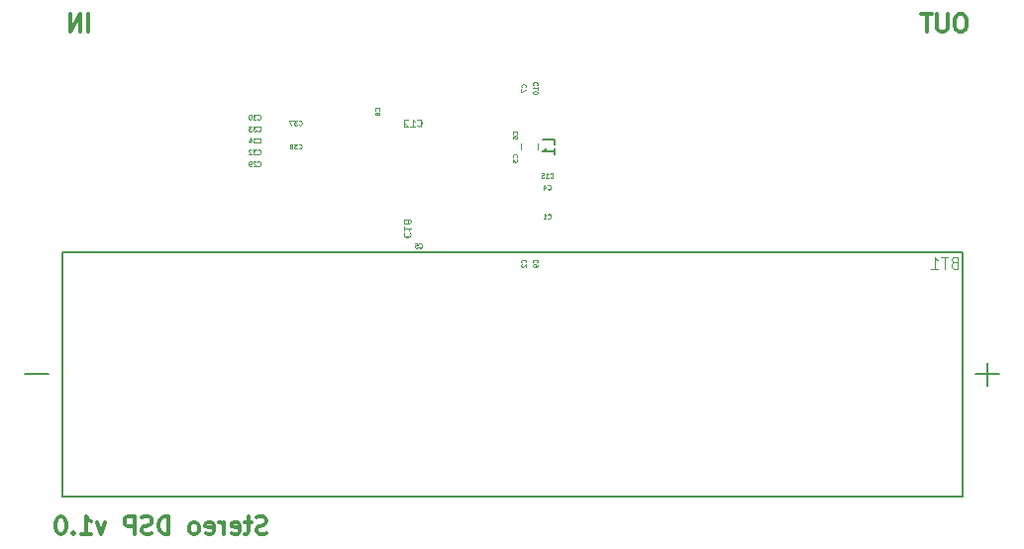
<source format=gbr>
G04 #@! TF.GenerationSoftware,KiCad,Pcbnew,(5.0.1)-3*
G04 #@! TF.CreationDate,2021-08-06T18:40:02+02:00*
G04 #@! TF.ProjectId,Guitar DSP,477569746172204453502E6B69636164,rev?*
G04 #@! TF.SameCoordinates,Original*
G04 #@! TF.FileFunction,Legend,Bot*
G04 #@! TF.FilePolarity,Positive*
%FSLAX46Y46*%
G04 Gerber Fmt 4.6, Leading zero omitted, Abs format (unit mm)*
G04 Created by KiCad (PCBNEW (5.0.1)-3) date 06/08/2021 18:40:02*
%MOMM*%
%LPD*%
G01*
G04 APERTURE LIST*
%ADD10C,0.300000*%
%ADD11C,0.120000*%
%ADD12C,0.127000*%
%ADD13C,0.050000*%
%ADD14C,0.080000*%
%ADD15C,0.150000*%
%ADD16C,0.015000*%
G04 APERTURE END LIST*
D10*
X160500000Y-98178571D02*
X160214285Y-98178571D01*
X160071428Y-98250000D01*
X159928571Y-98392857D01*
X159857142Y-98678571D01*
X159857142Y-99178571D01*
X159928571Y-99464285D01*
X160071428Y-99607142D01*
X160214285Y-99678571D01*
X160500000Y-99678571D01*
X160642857Y-99607142D01*
X160785714Y-99464285D01*
X160857142Y-99178571D01*
X160857142Y-98678571D01*
X160785714Y-98392857D01*
X160642857Y-98250000D01*
X160500000Y-98178571D01*
X159214285Y-98178571D02*
X159214285Y-99392857D01*
X159142857Y-99535714D01*
X159071428Y-99607142D01*
X158928571Y-99678571D01*
X158642857Y-99678571D01*
X158500000Y-99607142D01*
X158428571Y-99535714D01*
X158357142Y-99392857D01*
X158357142Y-98178571D01*
X157857142Y-98178571D02*
X157000000Y-98178571D01*
X157428571Y-99678571D02*
X157428571Y-98178571D01*
X85785714Y-99678571D02*
X85785714Y-98178571D01*
X85071428Y-99678571D02*
X85071428Y-98178571D01*
X84214285Y-99678571D01*
X84214285Y-98178571D01*
X101000000Y-142607142D02*
X100785714Y-142678571D01*
X100428571Y-142678571D01*
X100285714Y-142607142D01*
X100214285Y-142535714D01*
X100142857Y-142392857D01*
X100142857Y-142250000D01*
X100214285Y-142107142D01*
X100285714Y-142035714D01*
X100428571Y-141964285D01*
X100714285Y-141892857D01*
X100857142Y-141821428D01*
X100928571Y-141750000D01*
X101000000Y-141607142D01*
X101000000Y-141464285D01*
X100928571Y-141321428D01*
X100857142Y-141250000D01*
X100714285Y-141178571D01*
X100357142Y-141178571D01*
X100142857Y-141250000D01*
X99714285Y-141678571D02*
X99142857Y-141678571D01*
X99500000Y-141178571D02*
X99500000Y-142464285D01*
X99428571Y-142607142D01*
X99285714Y-142678571D01*
X99142857Y-142678571D01*
X98071428Y-142607142D02*
X98214285Y-142678571D01*
X98500000Y-142678571D01*
X98642857Y-142607142D01*
X98714285Y-142464285D01*
X98714285Y-141892857D01*
X98642857Y-141750000D01*
X98500000Y-141678571D01*
X98214285Y-141678571D01*
X98071428Y-141750000D01*
X98000000Y-141892857D01*
X98000000Y-142035714D01*
X98714285Y-142178571D01*
X97357142Y-142678571D02*
X97357142Y-141678571D01*
X97357142Y-141964285D02*
X97285714Y-141821428D01*
X97214285Y-141750000D01*
X97071428Y-141678571D01*
X96928571Y-141678571D01*
X95857142Y-142607142D02*
X96000000Y-142678571D01*
X96285714Y-142678571D01*
X96428571Y-142607142D01*
X96500000Y-142464285D01*
X96500000Y-141892857D01*
X96428571Y-141750000D01*
X96285714Y-141678571D01*
X96000000Y-141678571D01*
X95857142Y-141750000D01*
X95785714Y-141892857D01*
X95785714Y-142035714D01*
X96500000Y-142178571D01*
X94928571Y-142678571D02*
X95071428Y-142607142D01*
X95142857Y-142535714D01*
X95214285Y-142392857D01*
X95214285Y-141964285D01*
X95142857Y-141821428D01*
X95071428Y-141750000D01*
X94928571Y-141678571D01*
X94714285Y-141678571D01*
X94571428Y-141750000D01*
X94500000Y-141821428D01*
X94428571Y-141964285D01*
X94428571Y-142392857D01*
X94500000Y-142535714D01*
X94571428Y-142607142D01*
X94714285Y-142678571D01*
X94928571Y-142678571D01*
X92642857Y-142678571D02*
X92642857Y-141178571D01*
X92285714Y-141178571D01*
X92071428Y-141250000D01*
X91928571Y-141392857D01*
X91857142Y-141535714D01*
X91785714Y-141821428D01*
X91785714Y-142035714D01*
X91857142Y-142321428D01*
X91928571Y-142464285D01*
X92071428Y-142607142D01*
X92285714Y-142678571D01*
X92642857Y-142678571D01*
X91214285Y-142607142D02*
X91000000Y-142678571D01*
X90642857Y-142678571D01*
X90500000Y-142607142D01*
X90428571Y-142535714D01*
X90357142Y-142392857D01*
X90357142Y-142250000D01*
X90428571Y-142107142D01*
X90500000Y-142035714D01*
X90642857Y-141964285D01*
X90928571Y-141892857D01*
X91071428Y-141821428D01*
X91142857Y-141750000D01*
X91214285Y-141607142D01*
X91214285Y-141464285D01*
X91142857Y-141321428D01*
X91071428Y-141250000D01*
X90928571Y-141178571D01*
X90571428Y-141178571D01*
X90357142Y-141250000D01*
X89714285Y-142678571D02*
X89714285Y-141178571D01*
X89142857Y-141178571D01*
X89000000Y-141250000D01*
X88928571Y-141321428D01*
X88857142Y-141464285D01*
X88857142Y-141678571D01*
X88928571Y-141821428D01*
X89000000Y-141892857D01*
X89142857Y-141964285D01*
X89714285Y-141964285D01*
X87214285Y-141678571D02*
X86857142Y-142678571D01*
X86500000Y-141678571D01*
X85142857Y-142678571D02*
X86000000Y-142678571D01*
X85571428Y-142678571D02*
X85571428Y-141178571D01*
X85714285Y-141392857D01*
X85857142Y-141535714D01*
X86000000Y-141607142D01*
X84500000Y-142535714D02*
X84428571Y-142607142D01*
X84500000Y-142678571D01*
X84571428Y-142607142D01*
X84500000Y-142535714D01*
X84500000Y-142678571D01*
X83500000Y-141178571D02*
X83357142Y-141178571D01*
X83214285Y-141250000D01*
X83142857Y-141321428D01*
X83071428Y-141464285D01*
X83000000Y-141750000D01*
X83000000Y-142107142D01*
X83071428Y-142392857D01*
X83142857Y-142535714D01*
X83214285Y-142607142D01*
X83357142Y-142678571D01*
X83500000Y-142678571D01*
X83642857Y-142607142D01*
X83714285Y-142535714D01*
X83785714Y-142392857D01*
X83857142Y-142107142D01*
X83857142Y-141750000D01*
X83785714Y-141464285D01*
X83714285Y-141321428D01*
X83642857Y-141250000D01*
X83500000Y-141178571D01*
D11*
G04 #@! TO.C,C12*
X114210000Y-107238748D02*
X114210000Y-107761252D01*
X112790000Y-107238748D02*
X112790000Y-107761252D01*
G04 #@! TO.C,C16*
X112738748Y-117210000D02*
X113261252Y-117210000D01*
X112738748Y-115790000D02*
X113261252Y-115790000D01*
G04 #@! TO.C,L1*
X124210000Y-109761252D02*
X124210000Y-109238748D01*
X122790000Y-109761252D02*
X122790000Y-109238748D01*
D12*
G04 #@! TO.C,BT1*
X160480000Y-118510000D02*
X83520000Y-118510000D01*
X83520000Y-118510000D02*
X83520000Y-139490000D01*
X83520000Y-139490000D02*
X160480000Y-139490000D01*
X160480000Y-139490000D02*
X160480000Y-118510000D01*
X162630000Y-128000000D02*
X162630000Y-130000000D01*
X163630000Y-129000000D02*
X161630000Y-129000000D01*
X82370000Y-129000000D02*
X80370000Y-129000000D01*
G04 #@! TO.C,C1*
D13*
X125066666Y-115642857D02*
X125085714Y-115661904D01*
X125142857Y-115680952D01*
X125180952Y-115680952D01*
X125238095Y-115661904D01*
X125276190Y-115623809D01*
X125295238Y-115585714D01*
X125314285Y-115509523D01*
X125314285Y-115452380D01*
X125295238Y-115376190D01*
X125276190Y-115338095D01*
X125238095Y-115300000D01*
X125180952Y-115280952D01*
X125142857Y-115280952D01*
X125085714Y-115300000D01*
X125066666Y-115319047D01*
X124685714Y-115680952D02*
X124914285Y-115680952D01*
X124800000Y-115680952D02*
X124800000Y-115280952D01*
X124838095Y-115338095D01*
X124876190Y-115376190D01*
X124914285Y-115395238D01*
G04 #@! TO.C,C2*
X123142857Y-119433333D02*
X123161904Y-119414285D01*
X123180952Y-119357142D01*
X123180952Y-119319047D01*
X123161904Y-119261904D01*
X123123809Y-119223809D01*
X123085714Y-119204761D01*
X123009523Y-119185714D01*
X122952380Y-119185714D01*
X122876190Y-119204761D01*
X122838095Y-119223809D01*
X122800000Y-119261904D01*
X122780952Y-119319047D01*
X122780952Y-119357142D01*
X122800000Y-119414285D01*
X122819047Y-119433333D01*
X122819047Y-119585714D02*
X122800000Y-119604761D01*
X122780952Y-119642857D01*
X122780952Y-119738095D01*
X122800000Y-119776190D01*
X122819047Y-119795238D01*
X122857142Y-119814285D01*
X122895238Y-119814285D01*
X122952380Y-119795238D01*
X123180952Y-119566666D01*
X123180952Y-119814285D01*
G04 #@! TO.C,C3*
X122404857Y-110433333D02*
X122423904Y-110414285D01*
X122442952Y-110357142D01*
X122442952Y-110319047D01*
X122423904Y-110261904D01*
X122385809Y-110223809D01*
X122347714Y-110204761D01*
X122271523Y-110185714D01*
X122214380Y-110185714D01*
X122138190Y-110204761D01*
X122100095Y-110223809D01*
X122062000Y-110261904D01*
X122042952Y-110319047D01*
X122042952Y-110357142D01*
X122062000Y-110414285D01*
X122081047Y-110433333D01*
X122042952Y-110566666D02*
X122042952Y-110814285D01*
X122195333Y-110680952D01*
X122195333Y-110738095D01*
X122214380Y-110776190D01*
X122233428Y-110795238D01*
X122271523Y-110814285D01*
X122366761Y-110814285D01*
X122404857Y-110795238D01*
X122423904Y-110776190D01*
X122442952Y-110738095D01*
X122442952Y-110623809D01*
X122423904Y-110585714D01*
X122404857Y-110566666D01*
G04 #@! TO.C,C4*
X125066666Y-113142857D02*
X125085714Y-113161904D01*
X125142857Y-113180952D01*
X125180952Y-113180952D01*
X125238095Y-113161904D01*
X125276190Y-113123809D01*
X125295238Y-113085714D01*
X125314285Y-113009523D01*
X125314285Y-112952380D01*
X125295238Y-112876190D01*
X125276190Y-112838095D01*
X125238095Y-112800000D01*
X125180952Y-112780952D01*
X125142857Y-112780952D01*
X125085714Y-112800000D01*
X125066666Y-112819047D01*
X124723809Y-112914285D02*
X124723809Y-113180952D01*
X124819047Y-112761904D02*
X124914285Y-113047619D01*
X124666666Y-113047619D01*
G04 #@! TO.C,C5*
X114066666Y-118142857D02*
X114085714Y-118161904D01*
X114142857Y-118180952D01*
X114180952Y-118180952D01*
X114238095Y-118161904D01*
X114276190Y-118123809D01*
X114295238Y-118085714D01*
X114314285Y-118009523D01*
X114314285Y-117952380D01*
X114295238Y-117876190D01*
X114276190Y-117838095D01*
X114238095Y-117800000D01*
X114180952Y-117780952D01*
X114142857Y-117780952D01*
X114085714Y-117800000D01*
X114066666Y-117819047D01*
X113704761Y-117780952D02*
X113895238Y-117780952D01*
X113914285Y-117971428D01*
X113895238Y-117952380D01*
X113857142Y-117933333D01*
X113761904Y-117933333D01*
X113723809Y-117952380D01*
X113704761Y-117971428D01*
X113685714Y-118009523D01*
X113685714Y-118104761D01*
X113704761Y-118142857D01*
X113723809Y-118161904D01*
X113761904Y-118180952D01*
X113857142Y-118180952D01*
X113895238Y-118161904D01*
X113914285Y-118142857D01*
G04 #@! TO.C,C6*
X122404857Y-108433333D02*
X122423904Y-108414285D01*
X122442952Y-108357142D01*
X122442952Y-108319047D01*
X122423904Y-108261904D01*
X122385809Y-108223809D01*
X122347714Y-108204761D01*
X122271523Y-108185714D01*
X122214380Y-108185714D01*
X122138190Y-108204761D01*
X122100095Y-108223809D01*
X122062000Y-108261904D01*
X122042952Y-108319047D01*
X122042952Y-108357142D01*
X122062000Y-108414285D01*
X122081047Y-108433333D01*
X122042952Y-108776190D02*
X122042952Y-108700000D01*
X122062000Y-108661904D01*
X122081047Y-108642857D01*
X122138190Y-108604761D01*
X122214380Y-108585714D01*
X122366761Y-108585714D01*
X122404857Y-108604761D01*
X122423904Y-108623809D01*
X122442952Y-108661904D01*
X122442952Y-108738095D01*
X122423904Y-108776190D01*
X122404857Y-108795238D01*
X122366761Y-108814285D01*
X122271523Y-108814285D01*
X122233428Y-108795238D01*
X122214380Y-108776190D01*
X122195333Y-108738095D01*
X122195333Y-108661904D01*
X122214380Y-108623809D01*
X122233428Y-108604761D01*
X122271523Y-108585714D01*
G04 #@! TO.C,C7*
X123142857Y-104433333D02*
X123161904Y-104414285D01*
X123180952Y-104357142D01*
X123180952Y-104319047D01*
X123161904Y-104261904D01*
X123123809Y-104223809D01*
X123085714Y-104204761D01*
X123009523Y-104185714D01*
X122952380Y-104185714D01*
X122876190Y-104204761D01*
X122838095Y-104223809D01*
X122800000Y-104261904D01*
X122780952Y-104319047D01*
X122780952Y-104357142D01*
X122800000Y-104414285D01*
X122819047Y-104433333D01*
X122780952Y-104566666D02*
X122780952Y-104833333D01*
X123180952Y-104661904D01*
G04 #@! TO.C,C8*
X110642857Y-106433333D02*
X110661904Y-106414285D01*
X110680952Y-106357142D01*
X110680952Y-106319047D01*
X110661904Y-106261904D01*
X110623809Y-106223809D01*
X110585714Y-106204761D01*
X110509523Y-106185714D01*
X110452380Y-106185714D01*
X110376190Y-106204761D01*
X110338095Y-106223809D01*
X110300000Y-106261904D01*
X110280952Y-106319047D01*
X110280952Y-106357142D01*
X110300000Y-106414285D01*
X110319047Y-106433333D01*
X110452380Y-106661904D02*
X110433333Y-106623809D01*
X110414285Y-106604761D01*
X110376190Y-106585714D01*
X110357142Y-106585714D01*
X110319047Y-106604761D01*
X110300000Y-106623809D01*
X110280952Y-106661904D01*
X110280952Y-106738095D01*
X110300000Y-106776190D01*
X110319047Y-106795238D01*
X110357142Y-106814285D01*
X110376190Y-106814285D01*
X110414285Y-106795238D01*
X110433333Y-106776190D01*
X110452380Y-106738095D01*
X110452380Y-106661904D01*
X110471428Y-106623809D01*
X110490476Y-106604761D01*
X110528571Y-106585714D01*
X110604761Y-106585714D01*
X110642857Y-106604761D01*
X110661904Y-106623809D01*
X110680952Y-106661904D01*
X110680952Y-106738095D01*
X110661904Y-106776190D01*
X110642857Y-106795238D01*
X110604761Y-106814285D01*
X110528571Y-106814285D01*
X110490476Y-106795238D01*
X110471428Y-106776190D01*
X110452380Y-106738095D01*
G04 #@! TO.C,C9*
X124142857Y-119433333D02*
X124161904Y-119414285D01*
X124180952Y-119357142D01*
X124180952Y-119319047D01*
X124161904Y-119261904D01*
X124123809Y-119223809D01*
X124085714Y-119204761D01*
X124009523Y-119185714D01*
X123952380Y-119185714D01*
X123876190Y-119204761D01*
X123838095Y-119223809D01*
X123800000Y-119261904D01*
X123780952Y-119319047D01*
X123780952Y-119357142D01*
X123800000Y-119414285D01*
X123819047Y-119433333D01*
X124180952Y-119623809D02*
X124180952Y-119700000D01*
X124161904Y-119738095D01*
X124142857Y-119757142D01*
X124085714Y-119795238D01*
X124009523Y-119814285D01*
X123857142Y-119814285D01*
X123819047Y-119795238D01*
X123800000Y-119776190D01*
X123780952Y-119738095D01*
X123780952Y-119661904D01*
X123800000Y-119623809D01*
X123819047Y-119604761D01*
X123857142Y-119585714D01*
X123952380Y-119585714D01*
X123990476Y-119604761D01*
X124009523Y-119623809D01*
X124028571Y-119661904D01*
X124028571Y-119738095D01*
X124009523Y-119776190D01*
X123990476Y-119795238D01*
X123952380Y-119814285D01*
G04 #@! TO.C,C10*
X124142857Y-104242857D02*
X124161904Y-104223809D01*
X124180952Y-104166666D01*
X124180952Y-104128571D01*
X124161904Y-104071428D01*
X124123809Y-104033333D01*
X124085714Y-104014285D01*
X124009523Y-103995238D01*
X123952380Y-103995238D01*
X123876190Y-104014285D01*
X123838095Y-104033333D01*
X123800000Y-104071428D01*
X123780952Y-104128571D01*
X123780952Y-104166666D01*
X123800000Y-104223809D01*
X123819047Y-104242857D01*
X124180952Y-104623809D02*
X124180952Y-104395238D01*
X124180952Y-104509523D02*
X123780952Y-104509523D01*
X123838095Y-104471428D01*
X123876190Y-104433333D01*
X123895238Y-104395238D01*
X123780952Y-104871428D02*
X123780952Y-104909523D01*
X123800000Y-104947619D01*
X123819047Y-104966666D01*
X123857142Y-104985714D01*
X123933333Y-105004761D01*
X124028571Y-105004761D01*
X124104761Y-104985714D01*
X124142857Y-104966666D01*
X124161904Y-104947619D01*
X124180952Y-104909523D01*
X124180952Y-104871428D01*
X124161904Y-104833333D01*
X124142857Y-104814285D01*
X124104761Y-104795238D01*
X124028571Y-104776190D01*
X123933333Y-104776190D01*
X123857142Y-104795238D01*
X123819047Y-104814285D01*
X123800000Y-104833333D01*
X123780952Y-104871428D01*
G04 #@! TO.C,C12*
D14*
X113885714Y-107714285D02*
X113914285Y-107742857D01*
X114000000Y-107771428D01*
X114057142Y-107771428D01*
X114142857Y-107742857D01*
X114200000Y-107685714D01*
X114228571Y-107628571D01*
X114257142Y-107514285D01*
X114257142Y-107428571D01*
X114228571Y-107314285D01*
X114200000Y-107257142D01*
X114142857Y-107200000D01*
X114057142Y-107171428D01*
X114000000Y-107171428D01*
X113914285Y-107200000D01*
X113885714Y-107228571D01*
X113314285Y-107771428D02*
X113657142Y-107771428D01*
X113485714Y-107771428D02*
X113485714Y-107171428D01*
X113542857Y-107257142D01*
X113600000Y-107314285D01*
X113657142Y-107342857D01*
X113085714Y-107228571D02*
X113057142Y-107200000D01*
X113000000Y-107171428D01*
X112857142Y-107171428D01*
X112800000Y-107200000D01*
X112771428Y-107228571D01*
X112742857Y-107285714D01*
X112742857Y-107342857D01*
X112771428Y-107428571D01*
X113114285Y-107771428D01*
X112742857Y-107771428D01*
G04 #@! TO.C,C15*
D13*
X125257142Y-112142857D02*
X125276190Y-112161904D01*
X125333333Y-112180952D01*
X125371428Y-112180952D01*
X125428571Y-112161904D01*
X125466666Y-112123809D01*
X125485714Y-112085714D01*
X125504761Y-112009523D01*
X125504761Y-111952380D01*
X125485714Y-111876190D01*
X125466666Y-111838095D01*
X125428571Y-111800000D01*
X125371428Y-111780952D01*
X125333333Y-111780952D01*
X125276190Y-111800000D01*
X125257142Y-111819047D01*
X124876190Y-112180952D02*
X125104761Y-112180952D01*
X124990476Y-112180952D02*
X124990476Y-111780952D01*
X125028571Y-111838095D01*
X125066666Y-111876190D01*
X125104761Y-111895238D01*
X124514285Y-111780952D02*
X124704761Y-111780952D01*
X124723809Y-111971428D01*
X124704761Y-111952380D01*
X124666666Y-111933333D01*
X124571428Y-111933333D01*
X124533333Y-111952380D01*
X124514285Y-111971428D01*
X124495238Y-112009523D01*
X124495238Y-112104761D01*
X124514285Y-112142857D01*
X124533333Y-112161904D01*
X124571428Y-112180952D01*
X124666666Y-112180952D01*
X124704761Y-112161904D01*
X124723809Y-112142857D01*
G04 #@! TO.C,C16*
D14*
X112785714Y-116885714D02*
X112757142Y-116914285D01*
X112728571Y-117000000D01*
X112728571Y-117057142D01*
X112757142Y-117142857D01*
X112814285Y-117200000D01*
X112871428Y-117228571D01*
X112985714Y-117257142D01*
X113071428Y-117257142D01*
X113185714Y-117228571D01*
X113242857Y-117200000D01*
X113300000Y-117142857D01*
X113328571Y-117057142D01*
X113328571Y-117000000D01*
X113300000Y-116914285D01*
X113271428Y-116885714D01*
X112728571Y-116314285D02*
X112728571Y-116657142D01*
X112728571Y-116485714D02*
X113328571Y-116485714D01*
X113242857Y-116542857D01*
X113185714Y-116600000D01*
X113157142Y-116657142D01*
X113328571Y-115800000D02*
X113328571Y-115914285D01*
X113300000Y-115971428D01*
X113271428Y-116000000D01*
X113185714Y-116057142D01*
X113071428Y-116085714D01*
X112842857Y-116085714D01*
X112785714Y-116057142D01*
X112757142Y-116028571D01*
X112728571Y-115971428D01*
X112728571Y-115857142D01*
X112757142Y-115800000D01*
X112785714Y-115771428D01*
X112842857Y-115742857D01*
X112985714Y-115742857D01*
X113042857Y-115771428D01*
X113071428Y-115800000D01*
X113100000Y-115857142D01*
X113100000Y-115971428D01*
X113071428Y-116028571D01*
X113042857Y-116057142D01*
X112985714Y-116085714D01*
G04 #@! TO.C,C29*
D13*
X100257142Y-111142857D02*
X100276190Y-111161904D01*
X100333333Y-111180952D01*
X100371428Y-111180952D01*
X100428571Y-111161904D01*
X100466666Y-111123809D01*
X100485714Y-111085714D01*
X100504761Y-111009523D01*
X100504761Y-110952380D01*
X100485714Y-110876190D01*
X100466666Y-110838095D01*
X100428571Y-110800000D01*
X100371428Y-110780952D01*
X100333333Y-110780952D01*
X100276190Y-110800000D01*
X100257142Y-110819047D01*
X100104761Y-110819047D02*
X100085714Y-110800000D01*
X100047619Y-110780952D01*
X99952380Y-110780952D01*
X99914285Y-110800000D01*
X99895238Y-110819047D01*
X99876190Y-110857142D01*
X99876190Y-110895238D01*
X99895238Y-110952380D01*
X100123809Y-111180952D01*
X99876190Y-111180952D01*
X99685714Y-111180952D02*
X99609523Y-111180952D01*
X99571428Y-111161904D01*
X99552380Y-111142857D01*
X99514285Y-111085714D01*
X99495238Y-111009523D01*
X99495238Y-110857142D01*
X99514285Y-110819047D01*
X99533333Y-110800000D01*
X99571428Y-110780952D01*
X99647619Y-110780952D01*
X99685714Y-110800000D01*
X99704761Y-110819047D01*
X99723809Y-110857142D01*
X99723809Y-110952380D01*
X99704761Y-110990476D01*
X99685714Y-111009523D01*
X99647619Y-111028571D01*
X99571428Y-111028571D01*
X99533333Y-111009523D01*
X99514285Y-110990476D01*
X99495238Y-110952380D01*
G04 #@! TO.C,C30*
X100257142Y-107142857D02*
X100276190Y-107161904D01*
X100333333Y-107180952D01*
X100371428Y-107180952D01*
X100428571Y-107161904D01*
X100466666Y-107123809D01*
X100485714Y-107085714D01*
X100504761Y-107009523D01*
X100504761Y-106952380D01*
X100485714Y-106876190D01*
X100466666Y-106838095D01*
X100428571Y-106800000D01*
X100371428Y-106780952D01*
X100333333Y-106780952D01*
X100276190Y-106800000D01*
X100257142Y-106819047D01*
X100123809Y-106780952D02*
X99876190Y-106780952D01*
X100009523Y-106933333D01*
X99952380Y-106933333D01*
X99914285Y-106952380D01*
X99895238Y-106971428D01*
X99876190Y-107009523D01*
X99876190Y-107104761D01*
X99895238Y-107142857D01*
X99914285Y-107161904D01*
X99952380Y-107180952D01*
X100066666Y-107180952D01*
X100104761Y-107161904D01*
X100123809Y-107142857D01*
X99628571Y-106780952D02*
X99590476Y-106780952D01*
X99552380Y-106800000D01*
X99533333Y-106819047D01*
X99514285Y-106857142D01*
X99495238Y-106933333D01*
X99495238Y-107028571D01*
X99514285Y-107104761D01*
X99533333Y-107142857D01*
X99552380Y-107161904D01*
X99590476Y-107180952D01*
X99628571Y-107180952D01*
X99666666Y-107161904D01*
X99685714Y-107142857D01*
X99704761Y-107104761D01*
X99723809Y-107028571D01*
X99723809Y-106933333D01*
X99704761Y-106857142D01*
X99685714Y-106819047D01*
X99666666Y-106800000D01*
X99628571Y-106780952D01*
G04 #@! TO.C,C32*
X100257142Y-110142857D02*
X100276190Y-110161904D01*
X100333333Y-110180952D01*
X100371428Y-110180952D01*
X100428571Y-110161904D01*
X100466666Y-110123809D01*
X100485714Y-110085714D01*
X100504761Y-110009523D01*
X100504761Y-109952380D01*
X100485714Y-109876190D01*
X100466666Y-109838095D01*
X100428571Y-109800000D01*
X100371428Y-109780952D01*
X100333333Y-109780952D01*
X100276190Y-109800000D01*
X100257142Y-109819047D01*
X100123809Y-109780952D02*
X99876190Y-109780952D01*
X100009523Y-109933333D01*
X99952380Y-109933333D01*
X99914285Y-109952380D01*
X99895238Y-109971428D01*
X99876190Y-110009523D01*
X99876190Y-110104761D01*
X99895238Y-110142857D01*
X99914285Y-110161904D01*
X99952380Y-110180952D01*
X100066666Y-110180952D01*
X100104761Y-110161904D01*
X100123809Y-110142857D01*
X99723809Y-109819047D02*
X99704761Y-109800000D01*
X99666666Y-109780952D01*
X99571428Y-109780952D01*
X99533333Y-109800000D01*
X99514285Y-109819047D01*
X99495238Y-109857142D01*
X99495238Y-109895238D01*
X99514285Y-109952380D01*
X99742857Y-110180952D01*
X99495238Y-110180952D01*
G04 #@! TO.C,C33*
X100257142Y-108142857D02*
X100276190Y-108161904D01*
X100333333Y-108180952D01*
X100371428Y-108180952D01*
X100428571Y-108161904D01*
X100466666Y-108123809D01*
X100485714Y-108085714D01*
X100504761Y-108009523D01*
X100504761Y-107952380D01*
X100485714Y-107876190D01*
X100466666Y-107838095D01*
X100428571Y-107800000D01*
X100371428Y-107780952D01*
X100333333Y-107780952D01*
X100276190Y-107800000D01*
X100257142Y-107819047D01*
X100123809Y-107780952D02*
X99876190Y-107780952D01*
X100009523Y-107933333D01*
X99952380Y-107933333D01*
X99914285Y-107952380D01*
X99895238Y-107971428D01*
X99876190Y-108009523D01*
X99876190Y-108104761D01*
X99895238Y-108142857D01*
X99914285Y-108161904D01*
X99952380Y-108180952D01*
X100066666Y-108180952D01*
X100104761Y-108161904D01*
X100123809Y-108142857D01*
X99742857Y-107780952D02*
X99495238Y-107780952D01*
X99628571Y-107933333D01*
X99571428Y-107933333D01*
X99533333Y-107952380D01*
X99514285Y-107971428D01*
X99495238Y-108009523D01*
X99495238Y-108104761D01*
X99514285Y-108142857D01*
X99533333Y-108161904D01*
X99571428Y-108180952D01*
X99685714Y-108180952D01*
X99723809Y-108161904D01*
X99742857Y-108142857D01*
G04 #@! TO.C,C34*
X100257142Y-109142857D02*
X100276190Y-109161904D01*
X100333333Y-109180952D01*
X100371428Y-109180952D01*
X100428571Y-109161904D01*
X100466666Y-109123809D01*
X100485714Y-109085714D01*
X100504761Y-109009523D01*
X100504761Y-108952380D01*
X100485714Y-108876190D01*
X100466666Y-108838095D01*
X100428571Y-108800000D01*
X100371428Y-108780952D01*
X100333333Y-108780952D01*
X100276190Y-108800000D01*
X100257142Y-108819047D01*
X100123809Y-108780952D02*
X99876190Y-108780952D01*
X100009523Y-108933333D01*
X99952380Y-108933333D01*
X99914285Y-108952380D01*
X99895238Y-108971428D01*
X99876190Y-109009523D01*
X99876190Y-109104761D01*
X99895238Y-109142857D01*
X99914285Y-109161904D01*
X99952380Y-109180952D01*
X100066666Y-109180952D01*
X100104761Y-109161904D01*
X100123809Y-109142857D01*
X99533333Y-108914285D02*
X99533333Y-109180952D01*
X99628571Y-108761904D02*
X99723809Y-109047619D01*
X99476190Y-109047619D01*
G04 #@! TO.C,C37*
X103757142Y-107642857D02*
X103776190Y-107661904D01*
X103833333Y-107680952D01*
X103871428Y-107680952D01*
X103928571Y-107661904D01*
X103966666Y-107623809D01*
X103985714Y-107585714D01*
X104004761Y-107509523D01*
X104004761Y-107452380D01*
X103985714Y-107376190D01*
X103966666Y-107338095D01*
X103928571Y-107300000D01*
X103871428Y-107280952D01*
X103833333Y-107280952D01*
X103776190Y-107300000D01*
X103757142Y-107319047D01*
X103623809Y-107280952D02*
X103376190Y-107280952D01*
X103509523Y-107433333D01*
X103452380Y-107433333D01*
X103414285Y-107452380D01*
X103395238Y-107471428D01*
X103376190Y-107509523D01*
X103376190Y-107604761D01*
X103395238Y-107642857D01*
X103414285Y-107661904D01*
X103452380Y-107680952D01*
X103566666Y-107680952D01*
X103604761Y-107661904D01*
X103623809Y-107642857D01*
X103242857Y-107280952D02*
X102976190Y-107280952D01*
X103147619Y-107680952D01*
G04 #@! TO.C,C38*
X103757142Y-109642857D02*
X103776190Y-109661904D01*
X103833333Y-109680952D01*
X103871428Y-109680952D01*
X103928571Y-109661904D01*
X103966666Y-109623809D01*
X103985714Y-109585714D01*
X104004761Y-109509523D01*
X104004761Y-109452380D01*
X103985714Y-109376190D01*
X103966666Y-109338095D01*
X103928571Y-109300000D01*
X103871428Y-109280952D01*
X103833333Y-109280952D01*
X103776190Y-109300000D01*
X103757142Y-109319047D01*
X103623809Y-109280952D02*
X103376190Y-109280952D01*
X103509523Y-109433333D01*
X103452380Y-109433333D01*
X103414285Y-109452380D01*
X103395238Y-109471428D01*
X103376190Y-109509523D01*
X103376190Y-109604761D01*
X103395238Y-109642857D01*
X103414285Y-109661904D01*
X103452380Y-109680952D01*
X103566666Y-109680952D01*
X103604761Y-109661904D01*
X103623809Y-109642857D01*
X103147619Y-109452380D02*
X103185714Y-109433333D01*
X103204761Y-109414285D01*
X103223809Y-109376190D01*
X103223809Y-109357142D01*
X103204761Y-109319047D01*
X103185714Y-109300000D01*
X103147619Y-109280952D01*
X103071428Y-109280952D01*
X103033333Y-109300000D01*
X103014285Y-109319047D01*
X102995238Y-109357142D01*
X102995238Y-109376190D01*
X103014285Y-109414285D01*
X103033333Y-109433333D01*
X103071428Y-109452380D01*
X103147619Y-109452380D01*
X103185714Y-109471428D01*
X103204761Y-109490476D01*
X103223809Y-109528571D01*
X103223809Y-109604761D01*
X103204761Y-109642857D01*
X103185714Y-109661904D01*
X103147619Y-109680952D01*
X103071428Y-109680952D01*
X103033333Y-109661904D01*
X103014285Y-109642857D01*
X102995238Y-109604761D01*
X102995238Y-109528571D01*
X103014285Y-109490476D01*
X103033333Y-109471428D01*
X103071428Y-109452380D01*
G04 #@! TO.C,L1*
D15*
X125602380Y-109333333D02*
X125602380Y-108857142D01*
X124602380Y-108857142D01*
X125602380Y-110190476D02*
X125602380Y-109619047D01*
X125602380Y-109904761D02*
X124602380Y-109904761D01*
X124745238Y-109809523D01*
X124840476Y-109714285D01*
X124888095Y-109619047D01*
G04 #@! TO.C,BT1*
D16*
X159785714Y-119428571D02*
X159642857Y-119476190D01*
X159595238Y-119523809D01*
X159547619Y-119619047D01*
X159547619Y-119761904D01*
X159595238Y-119857142D01*
X159642857Y-119904761D01*
X159738095Y-119952380D01*
X160119047Y-119952380D01*
X160119047Y-118952380D01*
X159785714Y-118952380D01*
X159690476Y-119000000D01*
X159642857Y-119047619D01*
X159595238Y-119142857D01*
X159595238Y-119238095D01*
X159642857Y-119333333D01*
X159690476Y-119380952D01*
X159785714Y-119428571D01*
X160119047Y-119428571D01*
X159261904Y-118952380D02*
X158690476Y-118952380D01*
X158976190Y-119952380D02*
X158976190Y-118952380D01*
X157833333Y-119952380D02*
X158404761Y-119952380D01*
X158119047Y-119952380D02*
X158119047Y-118952380D01*
X158214285Y-119095238D01*
X158309523Y-119190476D01*
X158404761Y-119238095D01*
G04 #@! TD*
M02*

</source>
